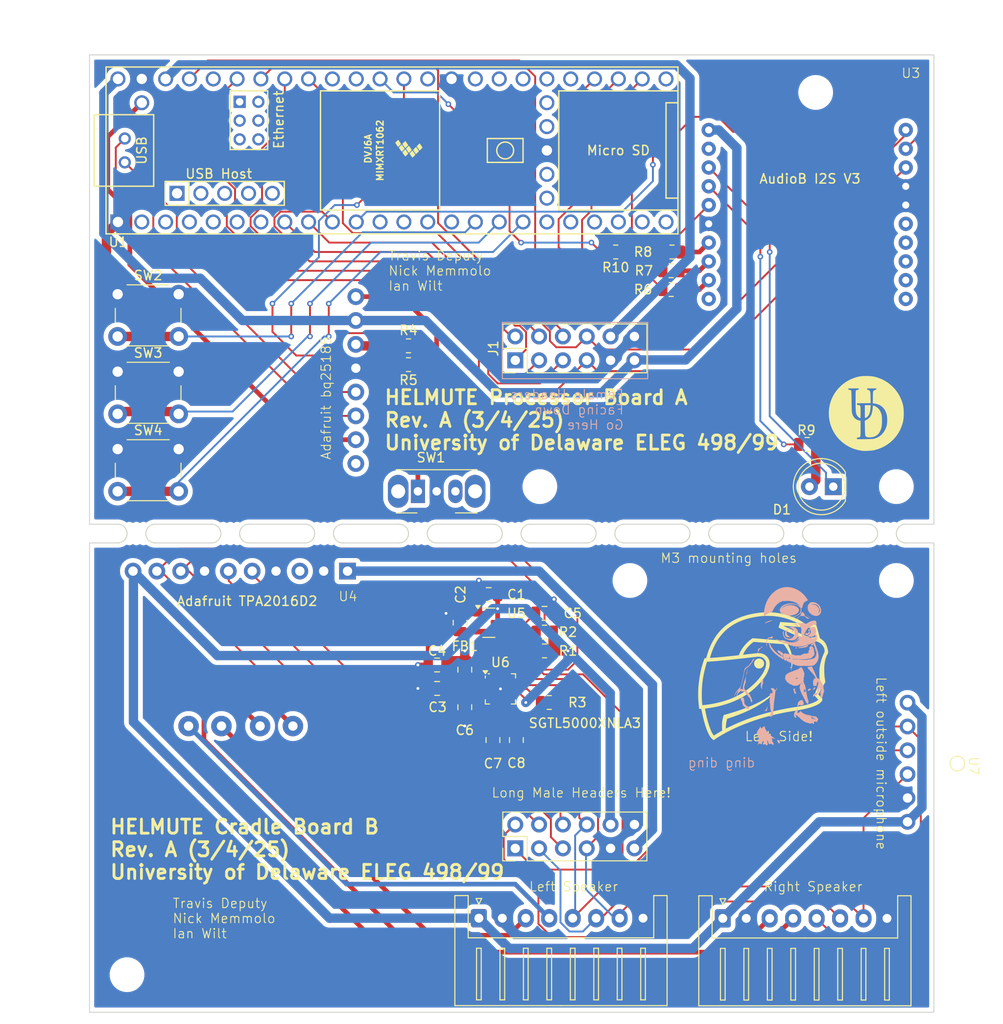
<source format=kicad_pcb>
(kicad_pcb (version 20240108) (generator "pcbnew") (generator_version "8.0")
  (layers (0 "F.Cu" signal) (31 "B.Cu" signal) (34 "B.Paste" user) (35 "F.Paste" user) (36 "B.SilkS" user "B.Silkscreen") (37 "F.SilkS" user "F.Silkscreen") (38 "B.Mask" user) (39 "F.Mask" user) (44 "Edge.Cuts" user))
  (net 0 "")
  (net 1 "/GND")
  (net 2 "/3V3")
  (net 3 "/Cradle/1V8")
  (net 4 "Net-(U6-VDDA)")
  (net 5 "Net-(U6-VAG)")
  (net 6 "Net-(U6-LINEOUT_R)")
  (net 7 "/Cradle/Lineout_R")
  (net 8 "Net-(U6-LINEOUT_L)")
  (net 9 "/Cradle/Lineout_L")
  (net 10 "/Cradle/SDA")
  (net 11 "/Cradle/SCL")
  (net 12 "/Cradle/MCLK1")
  (net 13 "Net-(U6-MCLK)")
  (net 15 "/Processor/FORWARD")
  (net 19 "/Processor/I2S_BCLK")
  (net 22 "/Processor/I2S_IN_R")
  (net 23 "/Processor/BT_AUDIO_OUT")
  (net 26 "/Processor/GND_MCU")
  (net 27 "/Processor/BAT_SENSE")
  (net 34 "/Processor/BTN_3")
  (net 36 "/Processor/MCLK")
  (net 38 "/Processor/SDA")
  (net 39 "/Processor/USB_D+")
  (net 44 "/Processor/BTN_2")
  (net 49 "/Processor/PLAYPAUSE")
  (net 50 "/Processor/V_USB")
  (net 54 "/Processor/I2S_IN_L")
  (net 56 "/Processor/3V3")
  (net 59 "/Processor/REWIND")
  (net 61 "/Processor/I2S_OUT")
  (net 62 "/Processor/USB_D-")
  (net 64 "/Processor/I2S_LRCLK")
  (net 65 "/Processor/BTN_1")
  (net 67 "/Processor/5V_MCU")
  (net 71 "/Processor/SCL")
  (net 76 "/Processor/BT_SENSE")
  (net 80 "/Cradle/I2S_OUT1")
  (net 84 "/BCLK")
  (net 88 "/LRCLK")
  (net 89 "Net-(D1-A)")
  (net 90 "Net-(D1-K)")
  (net 91 "Net-(J2-Pin_2)")
  (net 92 "/Cradle/5V_CRD")
  (net 93 "/Cradle/I2S_IN_L")
  (net 94 "/Cradle/LOut+")
  (net 95 "/Cradle/LOut-")
  (net 96 "/Cradle/ROut+")
  (net 97 "/Cradle/ROut-")
  (net 98 "Net-(U2-BAT)")
  (net 99 "Net-(U3-PLAY{slash}PAUSE)")
  (net 100 "Net-(U3-REWIND)")
  (net 101 "Net-(U3-FORWARD)")
  (net 102 "Net-(U3-LED-)")
  (net 103 "Net-(U3-+3.3V)")
  (net 104 "Net-(SW1-A)")
  (footprint "Connector_PinHeader_2.54mm:PinHeader_2x06_P2.54mm_Vertical" (layer "F.Cu") (at 148.88 104.54 90)
    (property "Reference" "J2" (hide yes))
    (property "Value" "Conn_01x12_Pin")
  )
  (footprint "Capacitor_SMD:C_0805_2012Metric" (layer "F.Cu") (at 143.5 85.5 90)
    (property "Reference" "FB1")
    (property "Value" "600")
  )
  (footprint "LED_THT:LED_D5.0mm" (layer "F.Cu") (at 182.775 66 180)
    (property "Reference" "D1")
    (property "Value" "LED")
  )
  (footprint "Resistor_SMD:R_0805_2012Metric" (layer "F.Cu") (at 165.5 45 180)
    (property "Reference" "R6")
    (property "Value" "8.2k" (hide yes))
  )
  (footprint "Capacitor_SMD:C_0805_2012Metric" (layer "F.Cu") (at 143.5 89.5 90)
    (property "Reference" "C6")
    (property "Value" "0.1uF")
  )
  (footprint "Resistor_SMD:R_0805_2012Metric" (layer "F.Cu") (at 137.5 53 180)
    (property "Reference" "R5")
    (property "Value" "8.2k" (hide yes))
  )
  (footprint "MountingHole:MountingHole_3.2mm_M3" (layer "F.Cu") (at 151.5 66)
    (property "Reference" "H2" (hide yes))
    (property "Value" "MountingHole")
  )
  (footprint "Capacitor_SMD:C_0805_2012Metric" (layer "F.Cu") (at 146.05 77.5 180)
    (property "Reference" "C1")
    (property "Value" "2.2uF")
  )
  (footprint "Button_Switch_THT:SW_Slide_SPDT_Angled_CK_OS102011MA1Q" (layer "F.Cu") (at 138.5 66.5)
    (property "Reference" "SW1")
    (property "Value" "SW_SPST")
  )
  (footprint "Capacitor_SMD:C_0805_2012Metric" (layer "F.Cu") (at 152 79.5 180)
    (property "Reference" "C5")
    (property "Value" "0.1uF")
  )
  (footprint "Resistor_SMD:R_0805_2012Metric" (layer "F.Cu") (at 165.5 43 180)
    (property "Reference" "R7")
    (property "Value" "8.2k" (hide yes))
  )
  (footprint "Helmute:TPA22016D2new" (layer "F.Cu") (at 120.84 84.271 -90)
    (property "Reference" "U4")
    (property "Value" "Adafruit TPA2016D2")
  )
  (footprint "Panelization:mouse-bite-2mm-slot" (layer "F.Cu") (at 128.5 71)
    (property "Reference" "mouse-bite-2mm-slot2" (hide yes))
    (property "Value" "VAL**" (hide yes))
  )
  (footprint "Button_Switch_THT:SW_PUSH_6mm" (layer "F.Cu") (at 106.5 62)
    (property "Reference" "SW4")
    (property "Value" "SW_Push")
  )
  (footprint "Package_DFN_QFN:QFN-20-1EP_3x3mm_P0.4mm_EP1.65x1.65mm" (layer "F.Cu") (at 147.3 87.55)
    (property "Reference" "U6")
    (property "Value" "SGTL5000XNLA3")
  )
  (footprint "Capacitor_SMD:C_0805_2012Metric" (layer "F.Cu") (at 143 80.5 90)
    (property "Reference" "C2")
    (property "Value" "2.2uF")
  )
  (footprint "MountingHole:MountingHole_3.2mm_M3" (layer "F.Cu") (at 161.1 76)
    (property "Reference" "H5" (hide yes))
    (property "Value" "MountingHole")
  )
  (footprint "Resistor_SMD:R_0805_2012Metric" (layer "F.Cu") (at 165.5875 41 180)
    (property "Reference" "R8")
    (property "Value" "8.2k" (hide yes))
  )
  (footprint "Panelization:mouse-bite-2mm-slot" (layer "F.Cu") (at 148.5 71)
    (property "Reference" "mouse-bite-2mm-slot4" (hide yes))
    (property "Value" "VAL**" (hide yes))
  )
  (footprint "Helmute:I2S SPK0415HM4H" (layer "F.Cu") (at 194.5 96 -90)
    (property "Reference" "U7")
    (property "Value" "I2S MEMS Mic SPH0645")
  )
  (footprint "MountingHole:MountingHole_3.2mm_M3" (layer "F.Cu") (at 180.9 24)
    (property "Reference" "H3" (hide yes))
    (property "Value" "MountingHole")
  )
  (footprint "MountingHole:MountingHole_3.2mm_M3" (layer "F.Cu") (at 107.5 118)
    (property "Reference" "H6" (hide yes))
    (property "Value" "MountingHole")
  )
  (footprint "Helmute:Helmet" (layer "F.Cu") (at 175.3 86.2)
    (property "Reference" "G***" (hide yes))
    (property "Value" "LOGO" (hide yes))
  )
  (footprint "Package_TO_SOT_SMD:SOT-23" (layer "F.Cu") (at 146.0625 80.5)
    (property "Reference" "U5")
    (property "Value" "MCP1700x-180xxTT")
  )
  (footprint "Button_Switch_THT:SW_PUSH_6mm" (layer "F.Cu") (at 106.5 53.75)
    (property "Reference" "SW3")
    (property "Value" "SW_Push")
  )
  (footprint "PCM_kikit:Board" (layer "F.Cu") (at 103.5 20)
    (property "Reference" "B1")
    (property "Value" "Board")
  )
  (footprint "Resistor_SMD:R_0805_2012Metric" (layer "F.Cu") (at 180 61.5)
    (property "Reference" "R9")
    (property "Value" "100" (hide yes))
  )
  (footprint "Panelization:mouse-bite-2mm-slot" (layer "F.Cu") (at 188.5 71)
    (property "Reference" "mouse-bite-2mm-slot8" (hide yes))
    (property "Value" "VAL**" (hide yes))
  )
  (footprint "Panelization:mouse-bite-2mm-slot" (layer "F.Cu") (at 158.5 71)
    (property "Reference" "mouse-bite-2mm-slot5" (hide yes))
    (property "Value" "VAL**" (hide yes))
  )
  (footprint "MountingHole:MountingHole_3.2mm_M3" (layer "F.Cu") (at 189.5 66)
    (property "Reference" "H1" (hide yes))
    (property "Value" "MountingHole")
  )
  (footprint "Helmute:AudioB" (layer "F.Cu") (at 192.25 21 180)
    (property "Reference" "U3")
    (property "Value" "AudioB I2S V3")
  )
  (footprint "Capacitor_SMD:C_0805_2012Metric" (layer "F.Cu") (at 146.5 93 -90)
    (property "Reference" "C7")
    (property "Value" "2.2uF")
  )
  (footprint "Resistor_SMD:R_0805_2012Metric" (layer "F.Cu") (at 152 81.5 180)
    (property "Reference" "R2")
    (property "Value" "4.7k")
  )
  (footprint "Capacitor_SMD:C_0805_2012Metric" (layer "F.Cu") (at 140.55 85)
    (property "Reference" "C4")
    (property "Value" "0.1uF")
  )
  (footprint "Panelization:mouse-bite-2mm-slot" (layer "F.Cu") (at 178.5 71)
    (property "Reference" "mouse-bite-2mm-slot7" (hide yes))
    (property "Value" "VAL**" (hide yes))
  )
  (footprint "Capacitor_SMD:C_0805_2012Metric" (layer "F.Cu") (at 140.55 87.5)
    (property "Reference" "C3")
    (property "Value" "0.1uF")
  )
  (footprint "Panelization:mouse-bite-2mm-slot" (layer "F.Cu") (at 168.5 71)
    (property "Reference" "mouse-bite-2mm-slot6" (hide yes))
    (property "Value" "VAL**" (hide yes))
  )
  (footprint "Helmute:UD" (layer "F.Cu") (at 186.3 58.2)
    (property "Reference" "G***" (hide yes))
    (property "Value" "LOGO" (hide yes))
  )
  (footprint "Resistor_SMD:R_0805_2012Metric" (layer "F.Cu") (at 152 83.5 180)
    (property "Reference" "R1")
    (property "Value" "4.7k")
  )
  (footprint "Resistor_SMD:R_0805_2012Metric" (layer "F.Cu") (at 159.5875 41 180)
    (property "Reference" "R10")
    (property "Value" "8.2k" (hide yes))
  )
  (footprint "Connector_JST:JST_XH_S8B-XH-A_1x08_P2.50mm_Horizontal" (layer "F.Cu") (at 145 111.98)
    (property "Reference" "J3" (hide yes))
    (property "Value" "Conn_01x08_Socket")
  )
  (footprint "Panelization:mouse-bite-2mm-slot" (layer "F.Cu") (at 108.5 71)
    (property "Reference" "mouse-bite-2mm-slot" (hide yes))
    (property "Value" "VAL**" (hide yes))
  )
  (footprint "Capacitor_SMD:C_0805_2012Metric" (layer "F.Cu") (at 149 93 -90)
    (property "Reference" "C8")
    (property "Value" "2.2uF")
  )
  (footprint "Helmute:bq25185 5V Boost Breakout" (layer "F.Cu") (at 124.9 55.92 90)
    (property "Reference" "U2" (hide yes))
    (property "Value" "Adafruit bq25185")
  )
  (footprint "Panelization:mouse-bite-2mm-slot" (layer "F.Cu") (at 138.5 71)
    (property "Reference" "mouse-bite-2mm-slot3" (hide yes))
    (property "Value" "VAL**" (hide yes))
  )
  (footprint "Panelization:mouse-bite-2mm-slot" (layer "F.Cu") (at 118.5 71)
    (property "Reference" "mouse-bite-2mm-slot1" (hide yes))
    (property "Value" "VAL**" (hide yes))
  )
  (footprint "Connector_JST:JST_XH_S8B-XH-A_1x08_P2.50mm_Horizontal" (layer "F.Cu") (at 171 112)
    (property "Reference" "J4" (hide yes))
    (property "Value" "Conn_01x08_Socket")
  )
  (footprint "Button_Switch_THT:SW_PUSH_6mm" (layer "F.Cu") (at 106.5 45.5)
    (property "Reference" "SW2")
    (property "Value" "SW_Push")
  )
  (footprint "Resistor_SMD:R_0805_2012Metric" (layer "F.Cu") (at 137.5 51)
    (property "Reference" "R4")
    (property "Value" "4.7k" (hide yes))
  )
  (footprint "Teensy:Teensy41" (layer "F.Cu") (at 135.74 30.1816)
    (property "Reference" "U1")
    (property "Value" "Teensy4.1")
  )
  (footprint "Connector_PinHeader_2.54mm:PinHeader_2x06_P2.54mm_Vertical" (layer "F.Cu") (at 148.88 52.54 90)
    (property "Reference" "J1")
    (property "Value" "Conn_01x12_Socket")
  )
  (footprint "MountingHole:MountingHole_3.2mm_M3" (layer "F.Cu") (at 189.5 76)
    (property "Reference" "H4" (hide yes))
    (property "Value" "MountingHole")
  )
  (footprint "Resistor_SMD:R_0805_2012Metric" (layer "F.Cu") (at 152.5 89)
    (property "Reference" "R3")
    (property "Value" "100")
  )
  (footprint "Helmute:Crazy Frog" (layer "B.Cu") (at 177.5 86 180)
    (property "Reference" "G***" (hide yes))
    (property "Value" "LOGO" (hide yes))
  )
  (gr_rect (start 147.5 48.5) (end 163 54.5) (stroke (width 0.1)) (fill none) (layer "B.SilkS"))
  (gr_line (start 103.5 72) (end 106.5 72) (stroke (width 0.1)) (layer "Edge.Cuts"))
  (gr_arc (start 176.5 70) (mid 177.5 71) (end 176.5 72) (stroke (width 0.1)) (layer "Edge.Cuts"))
  (gr_line (start 190.5 72) (end 193.5 72) (stroke (width 0.1)) (layer "Edge.Cuts"))
  (gr_line (start 156.5 70) (end 150.5 70) (stroke (width 0.1)) (layer "Edge.Cuts"))
  (gr_line (start 150.5 72) (end 156.5 72) (stroke (width 0.1)) (layer "Edge.Cuts"))
  (gr_arc (start 156.5 70) (mid 157.5 71) (end 156.5 72) (stroke (width 0.1)) (layer "Edge.Cuts"))
  (gr_line (start 110.5 72) (end 116.5 72) (stroke (width 0.1)) (layer "Edge.Cuts"))
  (gr_line (start 170.5 72) (end 176.5 72) (stroke (width 0.1)) (layer "Edge.Cuts"))
  (gr_arc (start 116.5 70) (mid 117.5 71) (end 116.5 72) (stroke (width 0.1)) (layer "Edge.Cuts"))
  (gr_line (start 193.5 20) (end 193.5 70) (stroke (width 0.1)) (layer "Edge.Cuts"))
  (gr_arc (start 140.5 72) (mid 139.5 71) (end 140.5 70) (stroke (width 0.1)) (layer "Edge.Cuts"))
  (gr_arc (start 180.5 72) (mid 179.5 71) (end 180.5 70) (stroke (width 0.1)) (layer "Edge.Cuts"))
  (gr_arc (start 110.5 72) (mid 109.5 71) (end 110.5 70) (stroke (width 0.1)) (layer "Edge.Cuts"))
  (gr_arc (start 190.5 72) (mid 189.5 71) (end 190.5 70) (stroke (width 0.1)) (layer "Edge.Cuts"))
  (gr_line (start 176.5 70) (end 170.5 70) (stroke (width 0.1)) (layer "Edge.Cuts"))
  (gr_arc (start 160.5 72) (mid 159.5 71) (end 160.5 70) (stroke (width 0.1)) (layer "Edge.Cuts"))
  (gr_line (start 103.5 70) (end 103.5 20) (stroke (width 0.1)) (layer "Edge.Cuts"))
  (gr_line (start 140.5 72) (end 146.5 72) (stroke (width 0.1)) (layer "Edge.Cuts"))
  (gr_arc (start 130.5 72) (mid 129.5 71) (end 130.5 70) (stroke (width 0.1)) (layer "Edge.Cuts"))
  (gr_line (start 103.5 122) (end 103.5 72) (stroke (width 0.1)) (layer "Edge.Cuts"))
  (gr_line (start 146.5 70) (end 140.5 70) (stroke (width 0.1)) (layer "Edge.Cuts"))
  (gr_arc (start 126.5 70) (mid 127.5 71) (end 126.5 72) (stroke (width 0.1)) (layer "Edge.Cuts"))
  (gr_line (start 186.5 70) (end 180.5 70) (stroke (width 0.1)) (layer "Edge.Cuts"))
  (gr_line (start 106.5 70) (end 103.5 70) (stroke (width 0.1)) (layer "Edge.Cuts"))
  (gr_line (start 166.5 70) (end 160.5 70) (stroke (width 0.1)) (layer "Edge.Cuts"))
  (gr_arc (start 106.5 70) (mid 107.5 71) (end 106.5 72) (stroke (width 0.1)) (layer "Edge.Cuts"))
  (gr_arc (start 136.5 70) (mid 137.5 71) (end 136.5 72) (stroke (width 0.1)) (layer "Edge.Cuts"))
  (gr_line (start 193.5 72) (end 193.5 122) (stroke (width 0.1)) (layer "Edge.Cuts"))
  (gr_arc (start 170.5 72) (mid 169.5 71) (end 170.5 70) (stroke (width 0.1)) (layer "Edge.Cuts"))
  (gr_line (start 130.5 72) (end 136.5 72) (stroke (width 0.1)) (layer "Edge.Cuts"))
  (gr_line (start 193.5 70) (end 190.5 70) (stroke (width 0.1)) (layer "Edge.Cuts"))
  (gr_line (start 180.5 72) (end 186.5 72) (stroke (width 0.1)) (layer "Edge.Cuts"))
  (gr_arc (start 186.5 70) (mid 187.5 71) (end 186.5 72) (stroke (width 0.1)) (layer "Edge.Cuts"))
  (gr_line (start 126.5 70) (end 120.5 70) (stroke (width 0.1)) (layer "Edge.Cuts"))
  (gr_arc (start 166.5 70) (mid 167.5 71) (end 166.5 72) (stroke (width 0.1)) (layer "Edge.Cuts"))
  (gr_line (start 120.5 72) (end 126.5 72) (stroke (width 0.1)) (layer "Edge.Cuts"))
  (gr_arc (start 150.5 72) (mid 149.5 71) (end 150.5 70) (stroke (width 0.1)) (layer "Edge.Cuts"))
  (gr_line (start 116.5 70) (end 110.5 70) (stroke (width 0.1)) (layer "Edge.Cuts"))
  (gr_line (start 103.5 20) (end 193.5 20) (stroke (width 0.1)) (layer "Edge.Cuts"))
  (gr_line (start 193.5 122) (end 103.5 122) (stroke (width 0.1)) (layer "Edge.Cuts"))
  (gr_line (start 136.5 70) (end 130.5 70) (stroke (width 0.1)) (layer "Edge.Cuts"))
  (gr_arc (start 146.5 70) (mid 147.5 71) (end 146.5 72) (stroke (width 0.1)) (layer "Edge.Cuts"))
  (gr_arc (start 120.5 72) (mid 119.5 71) (end 120.5 70) (stroke (width 0.1)) (layer "Edge.Cuts"))
  (gr_line (start 160.5 72) (end 166.5 72) (stroke (width 0.1)) (layer "Edge.Cuts"))
  (gr_text "ding ding" (at 174.5 96 0) (layer "B.SilkS") (effects (font (size 1 1) (thickness 0.1)) (justify left bottom mirror)))
  (gr_text "Female Headers\nFacing Down\nGo Here" (at 160.5 60 0) (layer "B.SilkS") (effects (font (size 1 1) (thickness 0.1)) (justify left bottom mirror)))
  (gr_text "Left Speaker" (at 150.3 109.2 0) (layer "F.SilkS") (effects (font (size 1 1) (thickness 0.1)) (justify left bottom)))
  (gr_text "Left Side!" (at 173.3 93.2 0) (layer "F.SilkS") (effects (font (size 1 1) (thickness 0.1)) (justify left bottom)))
  (gr_text "HELMUTE Cradle Board B\nRev. A (3/4/25)\nUniversity of Delaware ELEG 498/99" (at 105.55 107.95 0) (layer "F.SilkS") (effects (font (size 1.5 1.5) (thickness 0.3) (bold yes)) (justify left bottom)))
  (gr_text "M3 mounting holes" (at 164.3 74.2 0) (layer "F.SilkS") (effects (font (size 1 1) (thickness 0.1)) (justify left bottom)))
  (gr_text "Left outside microphone" (at 187.3 86.2 -90) (layer "F.SilkS") (effects (font (size 1 1) (thickness 0.1)) (justify left bottom)))
  (gr_text "Travis Deputy\nNick Memmolo\nIan Wilt" (at 135.3 45.2 0) (layer "F.SilkS") (effects (font (size 1 1) (thickness 0.1)) (justify left bottom)))
  (gr_text "Long Male Headers Here!" (at 146.3 99.2 0) (layer "F.SilkS") (effects (font (size 1 1) (thickness 0.1)) (justify left bottom)))
  (gr_text "Right Speaker" (at 175.3 109.2 0) (layer "F.SilkS") (effects (font (size 1 1) (thickness 0.1)) (justify left bottom)))
  (gr_text "Travis Deputy\nNick Memmolo\nIan Wilt" (at 112.3 114.2 0) (layer "F.SilkS") (effects (font (size 1 1) (thickness 0.1)) (justify left bottom)))
  (gr_text "HELMUTE Processor Board A\nRev. A (3/4/25)\nUniversity of Delaware ELEG 498/99" (at 134.8 62.2 0) (layer "F.SilkS") (effects (font (size 1.5 1.5) (thickness 0.3) (bold yes)) (justify left bottom)))
  (segment (start 145.1 77.5) (end 145.1 79.525) (width 0.5) (layer "F.Cu") (net 1))
  (segment (start 141.5 79.5) (end 142.95 79.5) (width 0.5) (layer "F.Cu") (net 1))
  (segment (start 139.6 85) (end 139.6 87.5) (width 0.5) (layer "F.Cu") (net 1))
  (segment (start 138.5 87.5) (end 139.6 87.5) (width 0.5) (layer "F.Cu") (net 1))
  (segment (start 145 77.4) (end 145.1 77.5) (width 0.5) (layer "F.Cu") (net 1))
  (segment (start 139.6 87.5) (end 139.6 88.6) (width 0.5) (layer "F.Cu") (net 1))
  (segment (start 142.95 79.5) (end 143 79.55) (width 0.5) (layer "F.Cu") (net 1))
  (segment (start 139.6 88.6) (end 141.45 90.45) (width 0.5) (layer "F.Cu") (net 1))
  (segment (start 153 78) (end 153 79.45) (width 0.5) (layer "F.Cu") (net 1))
  (segment (start 143 79.55) (end 139.6 82.95) (width 0.5) (layer "F.Cu") (net 1))
  (segment (start 153 79.45) (end 152.95 79.5) (width 0.5) (layer "F.Cu") (net 1))
  (segment (start 139.6 82.95) (end 139.6 85) (width 0.5) (layer "F.Cu") (net 1))
  (segment (start 145.125 79.55) (end 145.1 79.525) (width 0.5) (layer "F.Cu") (net 1))
  (segment (start 143.5 91.5) (end 143.5 90.45) (width 0.5) (layer "F.Cu") (net 1))
  (segment (start 141.45 90.45) (end 143.5 90.45) (width 0.5) (layer "F.Cu") (net 1))
  (segment (start 143 79.55) (end 145.125 79.55) (width 0.5) (layer "F.Cu") (net 1))
  (segment (start 145 76) (end 145 77.4) (width 0.5) (layer "F.Cu") (net 1))
  (segment (start 138.5 85) (end 139.6 85) (width 0.5) (layer "F.Cu") (net 1))
  (via (at 153 78) (size 0.6) (drill 0.3) (layers "F.Cu" "B.Cu") (net 1))
  (via (at 147.3 87.55) (size 0.6) (drill 0.3) (layers "F.Cu" "B.Cu") (net 1))
  (via (at 143.5 91.5) (size 0.6) (drill 0.3) (layers "F.Cu" "B.Cu") (net 1))
  (via (at 145 76) (size 0.6) (drill 0.3) (layers "F.Cu" "B.Cu") (net 1))
  (via (at 138.5 85) (size 0.6) (drill 0.3) (layers "F.Cu" "B.Cu") (net 1))
  (via (at 138.5 87.5) (size 0.6) (drill 0.3) (layers "F.Cu" "B.Cu") (net 1))
  (via (at 141.5 79.5) (size 0.6) (drill 0.3) (layers "F.Cu" "B.Cu") (net 1))
  (segment (start 143.5 84.55) (end 141.95 84.55) (width 1) (layer "F.Cu") (net 2))
  (segment (start 149.27136 87.95) (end 150 88.67864) (width 0.2) (layer "F.Cu") (net 2))
  (segment (start 147 80.5) (end 147 79) (width 0.5) (layer "F.Cu") (net 2))
  (segment (start 150 88.67864) (end 150 89) (width 0.2) (layer "F.Cu") (net 2))
  (segment (start 141.95 84.55) (end 141.5 85) (width 1) (layer "F.Cu") (net 2))
  (segment (start 147 79) (end 147 77.5) (width 0.5) (layer "F.Cu") (net 2))
  (segment (start 148.75 87.95) (end 149.27136 87.95) (width 0.2) (layer "F.Cu") (net 2))
  (segment (start 152.9125 84) (end 152.9125 82) (width 1) (layer "F.Cu") (net 2))
  (segment (start 154.5 83.5) (end 152.9125 83.5) (width 1) (layer "F.Cu") (net 2))
  (segment (start 143.5 83.5) (end 143.5 84.55) (width 1) (layer "F.Cu") (net 2))
  (via (at 147 79) (size 0.6) (drill 0.3) (layers "F.Cu" "B.Cu") (net 2))
  (via (at 143.5 83.5) (size 0.6) (drill 0.3) (layers "F.Cu" "B.Cu") (net 2))
  (via (at 150 89) (size 0.6) (drill 0.3) (layers "F.Cu" "B.Cu") (net 2))
  (via (at 154.5 83.5) (size 0.6) (drill 0.3) (layers "F.Cu" "B.Cu") (net 2))
  (segment (start 181.285 101.715) (end 190.69 101.715) (width 1) (layer "B.Cu") (net 2))
  (segment (start 158.96 101.02) (end 158.96 102) (width 1) (layer "B.Cu") (net 2))
  (segment (start 167.8 115.2) (end 148.22 115.2) (width 1) (layer "B.Cu") (net 2))
  (segment (start 154.5 83.5) (end 150 79) (width 1) (layer "B.Cu") (net 2))
  (segment (start 154.5 83.5) (end 159 88) (width 1) (layer "B.Cu") (net 2))
  (segment (start 192.2282 100.1768) (end 190.69 101.715) (width 1) (layer "B.Cu") (net 2))
  (segment (start 154.5 84.5) (end 150 89) (width 1) (layer "B.Cu") (net 2))
  (segment (start 146.5 79) (end 148 79) (width 1) (layer "B.Cu") (net 2))
  (segment (start 150 79) (end 148 79) (width 1) (layer "B.Cu") (net 2))
  (segment (start 148.22 115.2) (end 145 111.98) (width 1) (layer "B.Cu") (net 2))
  (segment (start 141.5 84) (end 143.5 82) (width 1) (layer "B.Cu") (net 2))
  (segment (start 192.2282 90.5532) (end 192.2282 100.1768) (width 1) (layer "B.Cu") (net 2))
  (segment (start 190.69 89.015) (end 192.2282 90.5532) (width 1) (layer "B.Cu") (net 2))
  (segment (start 108.18 91.08) (end 108.18 75) (width 1) (layer "B.Cu") (net 2))
  (segment (start 117.14 84) (end 141.5 84) (width 1) (layer "B.Cu") (net 2))
  (segment (start 143.5 83.5) (end 143.5 82) (width 1) (layer "B.Cu") (net 2))
  (segment (start 145 111.98) (end 129.08 111.98) (width 1) (layer "B.Cu") (net 2))
  (segment (start 159 101.96) (end 158.96 102) (width 1) (layer "B.Cu") (net 2))
  (segment (start 108.14 75) (end 117.14 84) (width 1) (layer "B.Cu") (net 2))
  (segment (start 154.5 83.5) (end 154.5 84.5) (width 1) (layer "B.Cu") (net 2))
  (segment (start 143.5 82) (end 146.5 79) (width 1) (layer "B.Cu") (net 2))
  (segment (start 129.08 111.98) (end 108.18 91.08) (width 1) (layer "B.Cu") (net 2))
  (segment (start 159 88) (end 159 101.96) (width 1) (layer "B.Cu") (net 2))
  (segment (start 171 112) (end 167.8 115.2) (width 1) (layer "B.Cu") (net 2))
  (segment (start 147 79) (end 148 79) (width 1) (layer "B.Cu") (net 2))
  (segment (start 171 112) (end 181.285 101.715) (width 1) (layer "B.Cu") (net 2))
  (segment (start 149.05 81.45) (end 145.125 81.45) (width 0.2) (layer "F.Cu") (net 3))
  (segment (start 151.05 80) (end 150.5 80) (width 0.2) (layer "F.Cu") (net 3))
  (segment (start 146.5 82.825) (end 146.5 86.1) (width 0.2) (layer "F.Cu") (net 3))
  (segment (start 150.5 80) (end 149.05 81.45) (width 0.2) (layer "F.Cu") (net 3))
  (segment (start 145.125 81.45) (end 146.5 82.825) (width 0.2) (layer "F.Cu") (net 3))
  (segment (start 143 81.45) (end 145.125 81.45) (width 0.5) (layer "F.Cu") (net 3))
  (segment (start 145.85 87.55) (end 144.6 87.55) (width 0.2) (layer "F.Cu") (net 4))
  (segment (start 144.6 87.55) (end 143.5 86.45) (width 0.2) (layer "F.Cu") (net 4))
  (segment (start 142.45 87.5) (end 143.5 86.45) (width 0.5) (layer "F.Cu") (net 4))
  (segment (start 141.5 87.5) (end 142.45 87.5) (width 0.5) (layer "F.Cu") (net 4))
  (segment (start 143.7 88.35) (end 143.5 88.55) (width 0.2) (layer "F.Cu") (net 5))
  (segment (start 145.85 88.35) (end 143.7 88.35) (width 0.2) (layer "F.Cu") (net 5))
  (segment (start 146.5 92.05) (end 146.5 89) (width 0.2) (layer "F.Cu") (net 6))
  (segment (start 120.88 75.38) (end 139.5 94) (width 0.2) (layer "F.Cu") (net 7))
  (segment (start 120.88 75) (end 120.88 75.38) (width 0.2) (layer "F.Cu") (net 7))
  (segment (start 146.45 94) (end 146.5 93.95) (width 0.2) (layer "F.Cu") (net 7))
  (segment (start 139.5 94) (end 146.45 94) (width 0.2) (layer "F.Cu") (net 7))
  (segment (start 149 92.05) (end 146.9 89.95) (width 0.2) (layer "F.Cu") (net 8))
  (segment (start 146.9 89.95) (end 146.9 89) (width 0.2) (layer "F.Cu") (net 8))
  (segment (start 147.35 95.6) (end 149 93.95) (width 0.2) (layer "F.Cu") (net 9))
  (segment (start 137.9 95.6) (end 147.35 95.6) (width 0.2) (layer "F.Cu") (net 9))
  (segment (start 118.34 75) (end 118.34 76.04) (width 0.2) (layer "F.Cu") (net 9))
  (segment (start 118.34 76.04) (end 137.9 95.6) (width 0.2) (layer "F.Cu") (net 9))
  (segment (start 151.34 102) (end 148.14 98.8) (width 0.2) (layer "F.Cu") (net 10))
  (segment (start 155.5 84.5) (end 154.5 85.5) (width 0.2) (layer "F.Cu") (net 10))
  (segment (start 148.6 72.6) (end 155.5 79.5) (width 0.2) (layer "F.Cu") (net 10))
  (segment (start 113.12 72.6) (end 148.6 72.6) (width 0.2) (layer "F.Cu") (net 10))
  (segment (start 155.5 79.5) (end 155.5 84.5) (width 0.2) (layer "F.Cu") (net 10))
  (segment (start 151.0875 84.5875) (end 151.0875 83.5) (width 0.2) (layer "F.Cu") (net 10))
  (segment (start 152 85.5) (end 151.0875 84.5875) (width 0.2) (layer "F.Cu") (net 10))
  (segment (start 148.14 98.8) (end 134.9 98.8) (width 0.2) (layer "F.Cu") (net 10))
  (segment (start 111.1 75) (end 110.72 75) (width 0.2) (layer "F.Cu") (net 10))
  (segment (start 110.72 75) (end 113.12 72.6) (width 0.2) (layer "F.Cu") (net 10))
  (segment (start 149.212954 83.5) (end 147.3 85.412954) (width 0.2) (layer "F.Cu") (net 10))
  (segment (start 151.0875 83.5) (end 149.212954 83.5) (width 0.2) (layer "F.Cu") (net 10))
  (segment (start 154.5 85.5) (end 152 85.5) (width 0.2) (layer "F.Cu") (net 10))
  (segment (start 134.9 98.8) (end 111.1 75) (width 0.2) (layer "F.Cu") (net 10))
  (segment (start 147.3 85.412954) (end 147.3 86.1) (width 0.2) (layer "F.Cu") (net 10))
  (segment (start 148.422815 97.2) (end 136.3 97.2) (width 0.2) (layer "F.Cu") (net 11))
  (segment (start 150.0875 82.5) (end 148.5 82.5) (width 0.2) (layer "F.Cu") (net 11))
  (segment (start 148 73.5) (end 152 77.5) (width 0.2) (layer "F.Cu") (net 11))
  (segment (start 146.9 84.1) (end 146.9 86.1) (width 0.2) (layer "F.Cu") (net 11))
  (segment (start 113.68 74.58) (end 114.76 73.5) (width 0.2) (layer "F.Cu") (net 11))
  (segment (start 152 77.5) (end 152 80.5875) (width 0.2) (layer "F.Cu") (net 11))
  (segment (start 148.5 82.5) (end 146.9 84.1) (width 0.2) (layer "F.Cu") (net 11))
  (segment (start 115.289 76.189) (end 115.2675 76.189) (width 0.2) (layer "F.Cu") (net 11))
  (segment (start 114.76 73.5) (end 148 73.5) (width 0.2) (layer "F.Cu") (net 11))
  (segment (start 153.88 104.54) (end 152.676738 103.336738) (width 0.2) (layer "F.Cu") (net 11))
  (segment (start 151.0875 81.5) (end 150.0875 82.5) (width 0.2) (layer "F.Cu") (net 11))
  (segment (start 136.3 97.2) (end 115.289 76.189) (width 0.2) (layer "F.Cu") (net 11))
  (segment (start 152 80.5875) (end 151.0875 81.5) (width 0.2) (layer "F.Cu") (net 11))
  (segment (start 113.68 74.6015) (end 113.68 74.58) (width 0.2) (layer "F.Cu") (net 11))
  (segment (start 152.676738 101.453923) (end 148.422815 97.2) (width 0.2) (layer "F.Cu") (net 11))
  (segment (start 152.676738 103.336738) (end 152.676738 101.453923) (width 0.2) (layer "F.Cu") (net 11))
  (segment (start 115.2675 76.189) (end 113.68 74.6015) (width 0.2) (layer "F.Cu") (net 11))
  (segment (start 153.7 101.82) (end 153.88 102) (width 0.2) (layer "F.Cu") (net 12))
  (segment (start 153.7 89.2875) (end 153.7 101.82) (width 0.2) (layer "F.Cu") (net 12))
  (segment (start 153.4125 89) (end 153.7 89.2875) (width 0.2) (layer "F.Cu") (net 12))
  (segment (start 150.1375 87.55) (end 148.75 87.55) (width 0.2) (layer "F.Cu") (net 13))
  (segment (start 151.5875 89) (end 150.1375 87.55) (width 0.2) (layer "F.Cu") (net 13))
  (segment (start 159.802756 42) (end 163.675 42) (width 0.2) (layer "F.Cu") (net 15))
  (segment (start 161.31 38.69) (end 159.4875 40.5125) (width 0.2) (layer "F.Cu") (net 15))
  (segment (start 162.41 22.5616) (end 161.31 23.6616) (width 0.2) (layer "F.Cu") (net 15))
  (segment (start 163.675 42) (end 164.675 41) (width 0.2) (layer "F.Cu") (net 15))
  (segment (start 161.31 23.6616) (end 161.31 38.69) (width 0.2) (layer "F.Cu") (net 15))
  (segment (start 159.4875 40.5125) (end 159.4875 41.684744) (width 0.2) (layer "F.Cu") (net 15))
  (segment (start 159.4875 41.684744) (end 159.802756 42) (width 0.2) (layer "F.Cu") (net 15))
  (segment (start 168.81 53.69) (end 157.65 53.69) (width 0.2) (layer "F.Cu") (net 19))
  (segment (start 146.5 56) (end 153.04 56) (width 0.2) (layer "F.Cu") (net 19))
  (segment (start 118.13 38.257235) (end 123.872765 44) (width 0.2) (layer "F.Cu") (net 19))
  (segment (start 118 33.285965) (end 119.0092 34.295165) (width 0.2) (layer "F.Cu") (net 19))
  (segment (start 157.65 53.69) (end 156.5 52.54) (width 0.2) (layer "F.Cu") (net 19))
  (segment (start 118 23.7916) (end 118 33.285965) (width 0.2) (layer "F.Cu") (net 19))
  (segment (start 119.0092 34.295165) (end 119.0092 35.750801) (width 0.2) (layer "F.Cu") (net 19))
  (segment (start 190.5 32) (end 168.81 53.69) (width 0.2) (layer "F.Cu") (net 19))
  (segment (start 118.13 36.630001) (end 118.13 38.257235) (width 0.2) (layer "F.Cu") (net 19))
  (segment (start 153.04 56) (end 156.5 52.54) (width 0.2) (layer "F.Cu") (net 19))
  (segment (start 119.23 22.5616) (end 118 23.7916) (width 0.2) (layer "F.Cu") (net 19))
  (segment (start 137 44) (end 145 52) (width 0.2) (layer "F.Cu") (net 19))
  (segment (start 145 52) (end 145 54.5) (width 0.2) (layer "F.Cu") (net 19))
  (segment (start 119.0092 35.750801) (end 118.13 36.630001) (width 0.2) (layer "F.Cu") (net 19))
  (segment (start 123.872765 44) (end 137 44) (width 0.2) (layer "F.Cu") (net 19))
  (segment (start 145 54.5) (end 146.5 56) (width 0.2) (layer "F.Cu") (net 19))
  (segment (start 139.44 41) (end 148.44 50) (width 0.2) (layer "F.Cu") (net 22))
  (segment (start 148.44 50) (end 148.88 50) (width 0.2) (layer "F.Cu") (net 22))
  (segment (start 127.5084 41) (end 139.44 41) (width 0.2) (layer "F.Cu") (net 22))
  (segment (start 124.31 37.8016) (end 127.5084 41) (width 0.2) (layer "F.Cu") (net 22))
  (segment (start 163.55 31.7) (end 163.55 30.95) (width 0.2) (layer "F.Cu") (net 23))
  (segment (start 192 28.5) (end 190.5 30) (width 0.2) (layer "F.Cu") (net 23))
  (segment (start 170.5 26.6) (end 172.1 28.2) (width 0.2) (layer "F.Cu") (net 23))
  (segment (start 191.1 26.4) (end 192 27.3) (width 0.2) (layer "F.Cu") (net 23))
  (segment (start 163.55 30.95) (end 167.9 26.6) (width 0.2) (layer "F.Cu") (net 23))
  (segment (start 188.1 28.2) (end 189.9 26.4) (width 0.2) (layer "F.Cu") (net 23))
  (segment (start 189.9 26.4) (end 191.1 26.4) (width 0.2) (layer "F.Cu") (net 23))
  (segment (start 172.1 28.2) (end 188.1 28.2) (width 0.2) (layer "F.Cu") (net 23))
  (segment (start 192 27.3) (end 192 28.5) (width 0.2) (layer "F.Cu") (net 23))
  (segment (start 167.9 26.6) (end 170.5 26.6) (width 0.2) (layer "F.Cu") (net 23))
  (via (at 163.55 31.7) (size 0.6) (drill 0.3) (layers "F.Cu" "B.Cu") (net 23))
  (segment (start 133.03 36.7016) (end 131.93 37.8016) (width 0.2) (layer "B.Cu") (net 23))
  (segment (start 163.55 33.45) (end 160.2984 36.7016) (width 0.2) (layer "B.Cu") (net 23))
  (segment (start 163.55 31.7) (end 163.55 33.45) (width 0.2) (layer "B.Cu") (net 23))
  (segment (start 160.2984 36.7016) (end 133.03 36.7016) (width 0.2) (layer "B.Cu") (net 23))
  (segment (start 136.5875 53) (end 132.265 53) (width 1) (layer "F.Cu") (net 26))
  (segment (start 132.265 53) (end 131.885 53.38) (width 1) (layer "F.Cu") (net 26))
  (segment (start 106.53 37.8016) (end 105.3 39.0316) (width 1) (layer "F.Cu") (net 26))
  (segment (start 105.3 44.3) (end 106.5 45.5) (width 1) (layer "F.Cu") (net 26))
  (segment (start 105.3 39.0316) (end 105.3 44.3) (width 1) (layer "F.Cu") (net 26))
  (segment (start 159.04 52.54) (end 161.58 50) (width 1) (layer "B.Cu") (net 26))
  (segment (start 125.529 52.029) (end 128.471 52.029) (width 0.2) (layer "F.Cu") (net 27))
  (segment (start 137.01 30.99) (end 137.01 22.5616) (width 0.2) (layer "F.Cu") (net 27))
  (segment (start 138.4125 51) (end 138.4125 53) (width 1) (layer "F.Cu") (net 27))
  (segment (start 132 36) (end 137.01 30.99) (width 0.2) (layer "F.Cu") (net 27))
  (segment (start 128.471 52.029) (end 130.849 49.651) (width 0.2) (layer "F.Cu") (net 27))
  (segment (start 130.849 49.651) (end 137.0635 49.651) (width 0.2) (layer "F.Cu") (net 27))
  (segment (start 123 46.5) (end 123 49.5) (width 0.2) (layer "F.Cu") (net 27))
  (segment (start 123 49.5) (end 125.529 52.029) (width 0.2) (layer "F.Cu") (net 27))
  (segment (start 137.0635 49.651) (end 138.4125 51) (width 0.2) (layer "F.Cu") (net 27))
  (via (at 123 46.5) (size 0.6) (drill 0.3) (layers "F.Cu" "B.Cu") (net 27))
  (via (at 132 36) (size 0.6) (drill 0.3) (layers "F.Cu" "B.Cu") (net 27))
  (segment (start 127.95 37.685965) (end 127.95 41.55) (width 0.2) (layer "B.Cu") (net 27))
  (segment (start 129.635965 36) (end 127.95 37.685965) (width 0.2) (layer "B.Cu") (net 27))
  (segment (start 132 36) (end 129.635965 36) (width 0.2) (layer "B.Cu") (net 27))
  (segment (start 127.95 41.55) (end 123 46.5) (width 0.2) (layer "B.Cu") (net 27))
  (segment (start 106.5 66.5) (end 113 66.5) (width 1) (layer "F.Cu") (net 34))
  (segment (start 129 46.5) (end 129 50) (width 0.2) (layer "F.Cu") (net 34))
  (via (at 129 46.5) (size 0.6) (drill 0.3) (layers "F.Cu" "B.Cu") (net 34))
  (via (at 129 50) (size 0.6) (drill 0.3) (layers "F.Cu" "B.Cu") (net 34))
  (segment (start 113 65.5) (end 113 66.5) (width 0.2) (layer "B.Cu") (net 34))
  (segment (start 129 50) (end 128.5 50) (width 0.2) (layer "B.Cu") (net 34))
  (segment (start 128.5 50) (end 113 65.5) (width 0.2) (layer "B.Cu") (net 34))
  (segment (start 146.5116 41) (end 149.71 37.8016) (width 0.2) (layer "B.Cu") (net 34))
  (segment (start 134.5 41) (end 146.5116 41) (width 0.2) (layer "B.Cu") (net 34))
  (segment (start 129 46.5) (end 134.5 41) (width 0.2) (layer "B.Cu") (net 34))
  (segment (start 151 46.5) (end 151 22.295965) (width 0.2) (layer "F.Cu") (net 36))
  (segment (start 153.96 50) (end 153.96 49.46) (width 0.2) (layer "F.Cu") (net 36))
  (segment (start 116.1116 20.6) (end 114.15 22.5616) (width 0.2) (layer "F.Cu") (net 36))
  (segment (start 153.96 49.46) (end 151 46.5) (width 0.2) (layer "F.Cu") (net 36))
  (segment (start 151 22.295965) (end 149.304035 20.6) (width 0.2) (layer "F.Cu") (net 36))
  (segment (start 149.304035 20.6) (end 116.1116 20.6) (width 0.2) (layer "F.Cu") (net 36))
  (segment (start 151.42 50) (end 151.42 49.854314) (width 0.2) (layer "F.Cu") (net 38))
  (segment (start 131.572765 39) (end 130.5 37.927235) (width 0.2) (layer "F.Cu") (net 38))
  (segment (start 140.565686 39) (end 131.572765 39) (width 0.2) (layer "F.Cu") (net 38))
  (segment (start 130.5 37.927235) (end 130.5 26.2116) (width 0.2) (layer "F.Cu") (net 38))
  (segment (start 130.5 26.2116) (end 126.85 22.5616) (width 0.2) (layer "F.Cu") (net 38))
  (segment (start 151.42 49.854314) (end 140.565686 39) (width 0.2) (layer "F.Cu") (net 38))
  (segment (start 112.8 41.3) (end 112.8 36.9916) (width 0.2) (layer "F.Cu") (net 39))
  (segment (start 131.885 55.92) (end 127.42 55.92) (width 0.2) (layer "F.Cu") (net 39))
  (segment (start 127.42 55.92) (end 112.8 41.3) (width 0.2) (layer "F.Cu") (net 39))
  (segment (start 112.8 36.9916) (end 107.26 31.4516) (width 0.2) (layer "F.Cu") (net 39))
  (segment (start 106.5 58) (end 113 58) (width 1) (layer "F.Cu") (net 44))
  (segment (start 127 50) (end 127 46.5) (width 0.2) (layer "F.Cu") (net 44))
  (via (at 127 46.5) (size 0.6) (drill 0.3) (layers "F.Cu" "B.Cu") (net 44))
  (via (at 127 50) (size 0.6) (drill 0.3) (layers "F.Cu" "B.Cu") (net 44))
  (segment (start 144.9716 40) (end 147.17 37.8016) (width 0.2) (layer "B.Cu") (net 44))
  (segment (start 127 50) (end 126.75 50) (width 0.2) (layer "B.Cu") (net 44))
  (segment (start 118.75 58) (end 113 58) (width 0.2) (layer "B.Cu") (net 44))
  (segment (start 126.75 50) (end 118.75 58) (width 0.2) (layer "B.Cu") (net 44))
  (segment (start 133.5 40) (end 144.9716 40) (width 0.2) (layer "B.Cu") (net 44))
  (segment (start 127 46.5) (end 133.5 40) (width 0.2) (layer "B.Cu") (net 44))
  (segment (start 153.5 37.5) (end 155 36) (width 0.2) (layer "F.Cu") (net 49))
  (segment (start 163.5875 44) (end 157 44) (width 0.2) (layer "F.Cu") (net 49))
  (segment (start 153.5 40.5) (end 153.5 37.5) (width 0.2) (layer "F.Cu") (net 49))
  (segment (start 164.5875 45) (end 163.5875 44) (width 0.2) (layer "F.Cu") (net 49))
  (segment (start 155 24.8916) (end 157.33 22.5616) (width 0.2) (layer "F.Cu") (net 49))
  (segment (start 155 36) (end 155 24.8916) (width 0.2) (layer "F.Cu") (net 49))
  (segment (start 157 44) (end 153.5 40.5) (width 0.2) (layer "F.Cu") (net 49))
  (segment (start 105.45 34.35) (end 105.45 28.7216) (width 0.5) (layer "F.Cu") (net 50))
  (segment (start 126.44939 61) (end 107.8 42.35061) (width 0.5) (layer "F.Cu") (net 50))
  (segment (start 107.8 36.7) (end 105.45 34.35) (width 0.5) (layer "F.Cu") (net 50))
  (segment (start 131.885 61) (end 126.44939 61) (width 0.5) (layer "F.Cu") (net 50))
  (segment (start 107.8 42.35061) (end 107.8 36.7) (width 0.5) (layer "F.Cu") (net 50))
  (segment (start 105.45 28.7216) (end 109.07 25.1016) (width 0.5) (layer "F.Cu") (net 50))
  (segment (start 123.854365 36.7016) (end 128.29 36.7016) (width 0.2) (layer "F.Cu") (net 54))
  (segment (start 138.5 42) (end 126.952765 42) (width 0.2) (layer "F.Cu") (net 54))
  (segment (start 123.21 37.345965) (end 123.854365 36.7016) (width 0.2) (layer "F.Cu") (net 54))
  (segment (start 147 53.315735) (end 147 50.5) (width 0.2) (layer "F.Cu") (net 54))
  (segment (start 151.42 52.54) (end 149.96 54) (width 0.2) (layer "F.Cu") (net 54))
  (segment (start 126.952765 42) (end 123.21 38.257235) (width 0.2) (layer "F.Cu") (net 54))
  (segment (start 147 50.5) (end 138.5 42) (width 0.2) (layer "F.Cu") (net 54))
  (segment (start 128.29 36.7016) (end 129.39 37.8016) (width 0.2) (layer "F.Cu") (net 54))
  (segment (start 147.684265 54) (end 147 53.315735) (width 0.2) (layer "F.Cu") (net 54))
  (segment (start 149.96 54) (end 147.684265 54) (width 0.2) (layer "F.Cu") (net 54))
  (segment (start 123.21 38.257235) (end 123.21 37.345965) (width 0.2) (layer "F.Cu") (net 54))
  (segment (start 166.0616 21.0616) (end 167.5 22.5) (width 1) (layer "B.Cu") (net 56))
  (segment (start 167.5 41.54) (end 159.04 50) (width 1) (layer "B.Cu") (net 56))
  (segment (start 113.11 21.0616) (end 166.0616 21.0616) (width 1) (layer "B.Cu") (net 56))
  (segment (start 167.5 22.5) (end 167.5 41.54) (width 1) (layer "B.Cu") (net 56))
  (segment (start 111.61 22.5616) (end 113.11 21.0616) (width 1) (layer "B.Cu") (net 56))
  (segment (start 164.5875 43) (end 157.407329 43) (width 0.2) (layer "F.Cu") (net 59))
  (segment (start 157.407329 43) (end 156 41.592671) (width 0.2) (layer "F.Cu") (net 59))
  (segment (start 156 41.592671) (end 156 37.575965) (width 0.2) (layer "F.Cu") (net 59))
  (segment (start 157 36.575965) (end 157 25.4316) (width 0.2) (layer "F.Cu") (net 59))
  (segment (start 157 25.4316) (end 159.87 22.5616) (width 0.2) (layer "F.Cu") (net 59))
  (segment (start 156 37.575965) (end 157 36.575965) (width 0.2) (layer "F.Cu") (net 59))
  (segment (start 150.03 51.39) (end 148.88 52.54) (width 0.2) (layer "F.Cu") (net 61))
  (segment (start 129.0484 40) (end 140 40) (width 0.2) (layer "F.Cu") (net 61))
  (segment (start 150.03 49.523654) (end 150.03 51.39) (width 0.2) (layer "F.Cu") (net 61))
  (segment (start 126.85 37.8016) (end 129.0484 40) (width 0.2) (layer "F.Cu") (net 61))
  (segment (start 140 40) (end 148.85 48.85) (width 0.2) (layer "F.Cu") (net 61))
  (segment (start 148.85 48.85) (end 149.356346 48.85) (width 0.2) (layer "F.Cu") (net 61))
  (segment (start 149.356346 48.85) (end 150.03 49.523654) (width 0.2) (layer "F.Cu") (net 61))
  (segment (start 110.3 40.8) (end 110.3 36.8) (width 0.2) (layer "F.Cu") (net 62))
  (segment (start 127.96 58.46) (end 110.3 40.8) (width 0.2) (layer "F.Cu") (net 62))
  (segment (start 106.3 32.8) (end 106.3 29.8716) (width 0.2) (layer "F.Cu") (net 62))
  (segment (start 106.3 29.8716) (end 107.26 28.9116) (width 0.2) (layer "F.Cu") (net 62))
  (segment (start 110.3 36.8) (end 106.3 32.8) (width 0.2) (layer "F.Cu") (net 62))
  (segment (start 131.885 58.46) (end 127.96 58.46) (width 0.2) (layer "F.Cu") (net 62))
  (segment (start 140.65 37.917235) (end 140.65 21.65) (width 0.2) (layer "F.Cu") (net 64))
  (segment (start 155.35 51.15) (end 153.243654 51.15) (width 0.2) (layer "F.Cu") (net 64))
  (segment (start 190.060105 28.938) (end 189.438 29.560105) (width 0.2) (layer "F.Cu") (net 64))
  (segment (start 189.438 29.562) (end 167.61 51.39) (width 0.2) (layer "F.Cu") (net 64))
  (segment (start 190.5 28) (end 190.5 28.5) (width 0.2) (layer "F.Cu") (net 64))
  (segment (start 123.3316 21) (end 121.77 22.5616) (width 0.2) (layer "F.Cu") (net 64))
  (segment (start 189.438 29.560105) (end 189.438 29.562) (width 0.2) (layer "F.Cu") (net 64))
  (segment (start 153.243654 51.15) (end 152.57 50.476346) (width 0.2) (layer "F.Cu") (net 64))
  (segment (start 140 21) (end 123.3316 21) (width 0.2) (layer "F.Cu") (net 64))
  (segment (start 142 38.9016) (end 141.634365 38.9016) (width 0.2) (layer "F.Cu") (net 64))
  (segment (start 157.89 51.39) (end 156.5 50) (width 0.2) (layer "F.Cu") (net 64))
  (segment (start 140.65 21.65) (end 140 21) (width 0.2) (layer "F.Cu") (net 64))
  (segment (start 152.57 49.4716) (end 142 38.9016) (width 0.2) (layer "F.Cu") (net 64))
  (segment (start 156.5 50) (end 155.35 51.15) (width 0.2) (layer "F.Cu") (net 64))
  (segment (start 152.57 50.476346) (end 152.57 49.4716) (width 0.2) (layer "F.Cu") (net 64))
  (segment (start 190.5 28.5) (end 190.062 28.938) (width 0.2) (layer "F.Cu") (net 64))
  (segment (start 167.61 51.39) (end 157.89 51.39) (width 0.2) (layer "F.Cu") (net 64))
  (segment (start 190.062 28.938) (end 190.060105 28.938) (width 0.2) (layer "F.Cu") (net 64))
  (segment (start 141.634365 38.9016) (end 140.65 37.917235) (width 0.2) (layer "F.Cu") (net 64))
  (segment (start 125 46.5) (end 125 50) (width 0.2) (layer "F.Cu") (net 65))
  (segment (start 106.5 50) (end 113 50) (width 1) (layer "F.Cu") (net 65))
  (via (at 125 50) (size 0.6) (drill 0.3) (layers "F.Cu" "B.Cu") (net 65))
  (via (at 125 46.5) (size 0.6) (drill 0.3) (layers "F.Cu" "B.Cu") (net 65))
  (segment (start 124 50) (end 125 50) (width 0.2) (layer "B.Cu") (net 65))
  (segment (start 132.5984 38.9016) (end 143.53 38.9016) (width 0.2) (layer "B.Cu") (net 65))
  (segment (start 113 50) (end 124 50) (width 0.2) (layer "B.Cu") (net 65))
  (segment (start 125 46.5) (end 132.5984 38.9016) (width 0.2) (layer "B.Cu") (net 65))
  (segment (start 143.53 38.9016) (end 144.63 37.8016) (width 0.2) (layer "B.Cu") (net 65))
  (segment (start 105.03 39.03) (end 109.8 43.8) (width 1) (layer "B.Cu") (net 67))
  (segment (start 158.12 56) (end 161.58 52.54) (width 1) (layer "B.Cu") (net 67))
  (segment (start 119.8 48.3) (end 131.885 48.3) (width 1) (layer "B.Cu") (net 67))
  (segment (start 109.8 43.8) (end 115.3 43.8) (width 1) (layer "B.Cu") (net 67))
  (segment (start 106.53 22.5616) (end 105.03 24.0616) (width 1) (layer "B.Cu") (net 67))
  (segment (start 115.3 43.8) (end 119.8 48.3) (width 1) (layer "B.Cu") (net 67))
  (segment (start 105.03 24.0616) (end 105.03 39.03) (width 1) (layer "B.Cu") (net 67))
  (segment (start 172.5 29.92237) (end 170.57763 28) (width 1) (layer "B.Cu") (net 67))
  (segment (start 170.57763 28) (end 169.5 28) (width 1) (layer "B.Cu") (net 67))
  (segment (start 161.58 52.54) (end 161.62 52.5) (width 1) (layer "B.Cu") (net 67))
  (segment (start 172.5 47.03379) (end 172.5 29.92237) (width 1) (layer "B.Cu") (net 67))
  (segment (start 147 56) (end 158.12 56) (width 1) (layer "B.Cu") (net 67))
  (segment (start 167.03379 52.5) (end 172.5 47.03379) (width 1) (layer "B.Cu") (net 67))
  (segment (start 161.62 52.5) (end 167.03379 52.5) (width 1) (layer "B.Cu") (net 67))
  (segment (start 131.885 48.3) (end 139.3 48.3) (width 1) (layer "B.Cu") (net 67))
  (segment (start 139.3 48.3) (end 147 56) (width 1) (layer "B.Cu") (net 67))
  (segment (start 121.8892 29.954303) (end 124.31 27.533503) (width 0.2) (layer "F.Cu") (net 71))
  (segment (start 120.67 38.257235) (end 120.67 37.345965) (width 0.2) (layer "F.Cu") (net 71))
  (segment (start 147 55) (end 146 54) (width 0.2) (layer "F.Cu") (net 71))
  (segment (start 121.8892 36.126765) (end 121.8892 29.954303) (width 0.2) (layer "F.Cu") (net 71))
  (segment (start 151.5 55) (end 147 55) (width 0.2) (layer "F.Cu") (net 71))
  (segment (start 146 54) (end 146 51) (width 0.2) (layer "F.Cu") (net 71))
  (segment (start 146 51) (end 138 43) (width 0.2) (layer "F.Cu") (net 71))
  (segment (start 120.67 37.345965) (end 121.8892 36.126765) (width 0.2) (layer "F.Cu") (net 71))
  (segment (start 153.96 52.54) (end 151.5 55) (width 0.2) (layer "F.Cu") (net 71))
  (segment (start 125.412765 43) (end 120.67 38.257235) (width 0.2) (layer "F.Cu") (net 71))
  (segment (start 138 43) (end 125.412765 43) (width 0.2) (layer "F.Cu") (net 71))
  (segment (start 124.31 27.533503) (end 124.31 22.5616) (width 0.2) (layer "F.Cu") (net 71))
  (segment (start 141.75 25.25) (end 148.27 31.77) (width 0.2) (layer "F.Cu") (net 76))
  (segment (start 158 41) (end 157 40) (width 0.2) (layer "F.Cu") (net 76))
  (segment (start 148.27 38.77) (end 149.5 40) (width 0.2) (layer "F.Cu") (net 76))
  (segment (start 158.675 41) (end 158 41) (width 0.2) (layer "F.Cu") (net 76))
  (segment (start 148.27 31.77) (end 148.27 38.77) (width 0.2) (layer "F.Cu") (net 76))
  (via (at 149.5 40) (size 0.6) (drill 0.3) (layers "F.Cu" "B.Cu") (net 76))
  (via (at 141.75 25.25) (size 0.6) (drill 0.3) (layers "F.Cu" "B.Cu") (net 76))
  (via (at 157 40) (size 0.6) (drill 0.3) (layers "F.Cu" "B.Cu") (net 76))
  (segment (start 157 40) (end 150 40) (width 0.2) (layer "B.Cu") (net 76))
  (segment (start 141.75 25.25) (end 140.5 24) (width 0.2) (layer "B.Cu") (net 76))
  (segment (start 135.9084 24) (end 134.47 22.5616) (width 0.2) (layer "B.Cu") (net 76))
  (segment (start 140.5 24) (end 135.9084 24) (width 0.2) (layer "B.Cu") (net 76))
  (segment (start 150 40) (end 149.5 40) (width 0.2) (layer "B.Cu") (net 76))
  (segment (start 160.317791 90.217791) (end 160.317791 105.182209) (width 0.2) (layer "F.Cu") (net 80))
  (segment (start 156.1 86) (end 160.317791 90.217791) (width 0.2) (layer "F.Cu") (net 80))
  (segment (start 151.934314 86) (end 156.1 86) (width 0.2) (layer "F.Cu") (net 80))
  (segment (start 147.7 85.57864) (end 148.07864 85.2) (width 0.2) (layer "F.Cu") (net 80))
  (segment (start 160.317791 105.182209) (end 158.7 106.8) (width 0.2) (layer "F.Cu") (net 80))
  (segment (start 147.7 86.1) (end 147.7 85.57864) (width 0.2) (layer "F.Cu") (net 80))
  (segment (start 151.06 106.8) (end 148.8 104.54) (width 0.2) (layer "F.Cu") (net 80))
  (segment (start 148.07864 85.2) (end 151.134314 85.2) (width 0.2) (layer "F.Cu") (net 80))
  (segment (start 158.7 106.8) (end 151.06 106.8) (width 0.2) (layer "F.Cu") (net 80))
  (segment (start 151.134314 85.2) (end 151.934314 86) (width 0.2) (layer "F.Cu") (net 80))
  (segment (start 182.6 108.6) (end 186 112) (width 0.2) (layer "F.Cu") (net 84))
  (segment (start 157.7 103.26) (end 156.42 104.54) (width 0.2) (layer "F.Cu") (net 84))
  (segment (start 190.69 96.635) (end 186 101.325) (width 0.2) (layer "F.Cu") (net 84))
  (segment (start 162.9 108.6) (end 182.6 108.6) (width 0.2) (layer "F.Cu") (net 84))
  (segment (start 149.25 86.75) (end 149.5 86.5) (width 0.2) (layer "F.Cu") (net 84))
  (segment (start 149.5 86.5) (end 155.2 86.5) (width 0.2) (layer "F.Cu") (net 84))
  (segment (start 160 111.98) (end 160 111.5) (width 0.2) (layer "F.Cu") (net 84))
  (segment (start 148.75 86.75) (end 149.25 86.75) (width 0.2) (layer "F.Cu") (net 84))
  (segment (start 157.7 89) (end 157.7 103.26) (width 0.2) (layer "F.Cu") (net 84))
  (segment (start 160 111.5) (end 162.9 108.6) (width 0.2) (layer "F.Cu") (net 84))
  (segment (start 186 101.325) (end 186 112) (width 0.2) (layer "F.Cu") (net 84))
  (segment (start 155.2 86.5) (end 157.7 89) (width 0.2) (layer "F.Cu") (net 84))
  (segment (start 156.42 108.92) (end 159.48 111.98) (width 0.2) (layer "B.Cu") (net 84))
  (segment (start 156.42 104.54) (end 156.42 108.92) (width 0.2) (layer "B.Cu") (net 84))
  (segment (start 159.48 111.98) (end 160 111.98) (width 0.2) (layer "B.Cu") (net 84))
  (segment (start 189.1 113.8) (end 182.8 113.8) (width 0.2) (layer "F.Cu") (net 88))
  (segment (start 182.8 113.8) (end 181 112) (width 0.2) (layer "F.Cu") (net 88))
  (segment (start 155 111.98) (end 158.48 108.5) (width 0.2) (layer "F.Cu") (net 88))
  (segment (start 190.69 91.555) (end 192.1 92.965) (width 0.2) (layer "F.Cu") (net 88))
  (segment (start 155.7 101.28) (end 156.42 102) (width 0.2) (layer "F.Cu") (net 88))
  (segment (start 176.191346 91.555) (end 190.69 91.555) (width 0.2) (layer "F.Cu") (net 88))
  (segment (start 159.246346 108.5) (end 176.191346 91.555) (width 0.2) (layer "F.Cu") (net 88))
  (segment (start 154.65 87.15) (end 155.7 88.2) (width 0.2) (layer "F.Cu") (net 88))
  (segment (start 155.7 88.2) (end 155.7 101.28) (width 0.2) (layer "F.Cu") (net 88))
  (segment (start 192.1 110.8) (end 189.1 113.8) (width 0.2) (layer "F.Cu") (net 88))
  (segment (start 192.1 92.965) (end 192.1 110.8) (width 0.2) (layer "F.Cu") (net 88))
  (segment (start 158.48 108.5) (end 159.246346 108.5) (width 0.2) (layer "F.Cu") (net 88))
  (segment (start 148.75 87.15) (end 154.65 87.15) (width 0.2) (layer "F.Cu") (net 88))
  (segment (start 155.261716 111.718284) (end 155 111.98) (width 0.2) (layer "B.Cu") (net 88))
  (segment (start 155.261716 103.158284) (end 155.261716 111.718284) (width 0.2) (layer "B.Cu") (net 88))
  (segment (start 156.42 102) (end 155.261716 103.158284) (width 0.2) (layer "B.Cu") (net 88))
  (segment (start 180.9125 65.3225) (end 180.9125 61.5) (width 1) (layer "F.Cu") (net 89))
  (segment (start 180.235 66) (end 180.9125 65.3225) (width 1) (layer "F.Cu") (net 89))
  (segment (start 176 38.5) (end 169.5 32) (width 0.2) (layer "F.Cu") (net 90))
  (segment (start 176 41) (end 176 38.5) (width 0.2) (layer "F.Cu") (net 90))
  (via (at 176 41) (size 0.6) (drill 0.3) (layers "F.Cu" "B.Cu") (net 90))
  (segment (start 176 58.5) (end 182 64.5) (width 0.2) (layer "B.Cu") (net 90))
  (segment (start 182 65.225) (end 182.775 66) (width 0.2) (layer "B.Cu") (net 90))
  (segment (start 176 41) (end 176 58.5) (width 0.2) (layer "B.Cu") (net 90))
  (segment (start 182 64.5) (end 182 65.225) (width 0.2) (layer "B.Cu") (net 90))
  (segment (start 148.8 102) (end 147.65 103.15) (width 0.2) (layer "F.Cu") (net 91))
  (segment (start 166.5 114) (end 170.3 110.2) (width 0.2) (layer "F.Cu") (net 91))
  (segment (start 151.35 109.39) (end 151.35 112.581346) (width 0.2) (layer "F.Cu") (net 91))
  (segment (start 147.65 105.69) (end 151.35 109.39) (width 0.2) (layer "F.Cu") (net 91))
  (segment (start 151.35 112.581346) (end 152.768654 114) (width 0.2) (layer "F.Cu") (net 91))
  (segment (start 170.3 110.2) (end 181.7 110.2) (width 0.2) (layer "F.Cu") (net 91))
  (segment (start 152.768654 114) (end 166.5 114) (width 0.2) (layer "F.Cu") (net 91))
  (segment (start 147.65 103.15) (end 147.65 105.69) (width 0.2) (layer "F.Cu") (net 91))
  (segment (start 181.7 110.2) (end 183.5 112) (width 0.2) (layer "F.Cu") (net 91))
  (segment (start 163.5 102.54) (end 161.5 104.54) (width 1) (layer "B.Cu") (net 92))
  (segment (start 151.414214 75) (end 163.5 87.085786) (width 1) (layer "B.Cu") (net 92))
  (segment (start 131 75) (end 151.414214 75) (width 1) (layer "B.Cu") (net 92))
  (segment (start 163.5 87.085786) (end 163.5 102.54) (width 1) (layer "B.Cu") (net 92))
  (segment (start 190.69 94.095) (end 175.913579 94.095) (width 0.2) (layer "F.Cu") (net 93))
  (segment (start 175.913579 94.095) (end 158.028579 111.98) (width 0.2) (layer "F.Cu") (net 93))
  (segment (start 158.028579 111.98) (end 157.5 111.98) (width 0.2) (layer "F.Cu") (net 93))
  (segment (start 156.08 113.4) (end 154.668654 113.4) (width 0.2) (layer "B.Cu") (net 93))
  (segment (start 153.7 112.431346) (end 153.7 106.9) (width 0.2) (layer "B.Cu") (net 93))
  (segment (start 154.668654 113.4) (end 153.7 112.431346) (width 0.2) (layer "B.Cu") (net 93))
  (segment (start 153.7 106.9) (end 151.34 104.54) (width 0.2) (layer "B.Cu") (net 93))
  (segment (start 157.5 111.98) (end 156.08 113.4) (width 0.2) (layer "B.Cu") (net 93))
  (segment (start 152.5 111.98) (end 148.87 108.35) (width 0.5) (layer "B.Cu") (net 94))
  (segment (start 148.87 108.35) (end 130.9 108.35) (width 0.5) (layer "B.Cu") (net 94))
  (segment (start 130.9 108.35) (end 114.06 91.51) (width 0.5) (layer "B.Cu") (net 94))
  (segment (start 117.56 91.51) (end 139.85 113.8) (width 0.5) (layer "F.Cu") (net 95))
  (segment (start 148.18 113.8) (end 150 111.98) (width 0.5) (layer "F.Cu") (net 95))
  (segment (start 139.85 113.8) (end 148.18 113.8) (width 0.5) (layer "F.Cu") (net 95))
  (segment (start 173.1 117.4) (end 136.9 117.4) (width 0.5) (layer "F.Cu") (net 96))
  (segment (start 111.9 90) (end 114.1 87.8) (width 0.5) (layer "F.Cu") (net 96))
  (segment (start 111.9 92.4) (end 111.9 90) (width 0.5) (layer "F.Cu") (net 96))
  (segment (start 178.5 112) (end 173.1 117.4) (width 0.5) (layer "F.Cu") (net 96))
  (segment (start 136.9 117.4) (end 111.9 92.4) (width 0.5) (layer "F.Cu") (net 96))
  (segment (start 121.47 87.8) (end 125.18 91.51) (width 0.5) (layer "F.Cu") (net 96))
  (segment (start 114.1 87.8) (end 121.47 87.8) (width 0.5) (layer "F.Cu") (net 96))
  (segment (start 115.7 90.2) (end 115.7 93) (width 0.5) (layer "F.Cu") (net 97))
  (segment (start 116.7 89.2) (end 115.7 90.2) (width 0.5) (layer "F.Cu") (net 97))
  (segment (start 121.68 91.51) (end 119.37 89.2) (width 0.5) (layer "F.Cu") (net 97))
  (segment (start 115.7 93) (end 138.3 115.6) (width 0.5) (layer "F.Cu") (net 97))
  (segment (start 172.4 115.6) (end 176 112) (width 0.5) (layer "F.Cu") (net 97))
  (segment (start 119.37 89.2) (end 116.7 89.2) (width 0.5) (layer "F.Cu") (net 97))
  (segment (start 138.3 115.6) (end 172.4 115.6) (width 0.5) (layer "F.Cu") (net 97))
  (segment (start 132.045 51) (end 131.885 50.84) (width 1) (layer "F.Cu") (net 98))
  (segment (start 136.5875 51) (end 132.045 51) (width 1) (layer "F.Cu") (net 98))
  (segment (start 166.4125 45) (end 168.5 45) (width 0.5) (layer "F.Cu") (net 99))
  (segment (start 168.5 45) (end 169.5 44) (width 0.5) (layer "F.Cu") (net 99))
  (segment (start 166.4125 43) (end 168.5 43) (width 0.5) (layer "F.Cu") (net 100))
  (segment (start 168.5 43) (end 169.5 42) (width 0.5) (layer "F.Cu") (net 100))
  (segment (start 168.5 41) (end 169.5 40) (width 0.5) (layer "F.Cu") (net 101))
  (segment (start 166.5 41) (end 168.5 41) (width 0.5) (layer "F.Cu") (net 101))
  (segment (start 169.5 34) (end 175 39.5) (width 0.2) (layer "F.Cu") (net 102))
  (segment (start 175 39.5) (end 175 40.5) (width 0.2) (layer "F.Cu") (net 102))
  (segment (start 177.5 61.5) (end 179.0875 61.5) (width 0.2) (layer "F.Cu") (net 102))
  (segment (start 175 40.5) (end 175 41.5) (width 0.2) (layer "F.Cu") (net 102))
  (via (at 177.5 61.5) (size 0.6) (drill 0.3) (layers "F.Cu" "B.Cu") (net 102))
  (via (at 175 41.5) (size 0.6) (drill 0.3) (layers "F.Cu" "B.Cu") (net 102))
  (segment (start 175 59) (end 176.5 60.5) (width 0.2) (layer "B.Cu") (net 102))
  (segment (start 175 41.5) (end 175 59) (width 0.2) (layer "B.Cu") (net 102))
  (segment (start 176.5 60.5) (end 177.5 61.5) (width 0.2) (layer "B.Cu") (net 102))
  (segment (start 169.5 36) (end 166 39.5) (width 0.2) (layer "F.Cu") (net 103))
  (segment (start 162 39.5) (end 160.5 41) (width 0.2) (layer "F.Cu") (net 103))
  (segment (start 166 39.5) (end 162 39.5) (width 0.2) (layer "F.Cu") (net 103))
  (segment (start 138.5 56.5) (end 140.5 54.5) (width 0.5) (layer "F.Cu") (net 104))
  (segment (start 136.76 45.76) (end 131.885 45.76) (width 0.5) (layer "F.Cu") (net 104))
  (segment (start 140.5 49.5) (end 136.76 45.76) (width 0.5) (layer "F.Cu") (net 104))
  (segment (start 138.5 66.5) (end 138.5 56.5) (width 0.5) (layer "F.Cu") (net 104))
  (segment (start 140.5 54.5) (end 140.5 49.5) (width 0.5) (layer "F.Cu") (net 104))
  (zone (net 1) (net_name "/GND") (layer "B.Cu") (priority 1) (connect_pads yes (clearance 0.5)) (min_thickness 0.25) (fill yes (thermal_gap 0.5) (thermal_bridge_width 0.5))
    (polygon (pts (xy 193.5 72) (xy 103.5 72) (xy 103.5 122) (xy 193.5 122)))
  )
  (zone (net 26) (net_name "/Processor/GND_MCU") (layer "B.Cu") (connect_pads yes (clearance 0.5)) (min_thickness 0.25) (fill yes (thermal_gap 0.25) (thermal_bridge_width 0.5))
    (polygon (pts (xy 193.5 20) (xy 193.5 70) (xy 103.5 70) (xy 103.5 20)))
  )
)
</source>
